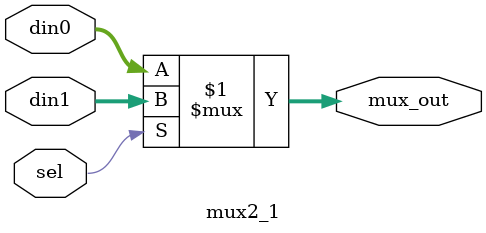
<source format=sv>
module mux2_1#(parameter width = 5)(din0, din1, sel, mux_out);
    input logic [width - 1:0] din0, din1;
    input logic sel;
    output logic [width - 1:0] mux_out;

    assign mux_out = (sel) ? din1 : din0;
endmodule

</source>
